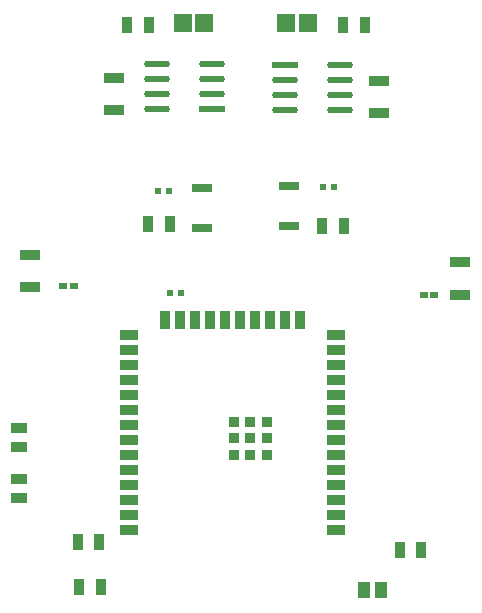
<source format=gtp>
G04*
G04 #@! TF.GenerationSoftware,Altium Limited,Altium Designer,24.9.1 (31)*
G04*
G04 Layer_Color=8421504*
%FSLAX44Y44*%
%MOMM*%
G71*
G04*
G04 #@! TF.SameCoordinates,B23FE003-D99D-4249-9A33-D1736BEC5A34*
G04*
G04*
G04 #@! TF.FilePolarity,Positive*
G04*
G01*
G75*
%ADD14R,0.9500X1.4000*%
%ADD15R,1.7000X0.9500*%
G04:AMPARAMS|DCode=16|XSize=2.1692mm|YSize=0.5821mm|CornerRadius=0.2911mm|HoleSize=0mm|Usage=FLASHONLY|Rotation=0.000|XOffset=0mm|YOffset=0mm|HoleType=Round|Shape=RoundedRectangle|*
%AMROUNDEDRECTD16*
21,1,2.1692,0.0000,0,0,0.0*
21,1,1.5870,0.5821,0,0,0.0*
1,1,0.5821,0.7935,0.0000*
1,1,0.5821,-0.7935,0.0000*
1,1,0.5821,-0.7935,0.0000*
1,1,0.5821,0.7935,0.0000*
%
%ADD16ROUNDEDRECTD16*%
%ADD17R,2.1692X0.5821*%
%ADD18R,1.5000X0.9000*%
%ADD19R,0.9000X1.5000*%
%ADD20R,0.9000X0.9000*%
%ADD21R,0.7000X0.5000*%
%ADD22R,1.7000X0.8000*%
%ADD23R,1.3500X0.8500*%
%ADD24R,1.1046X1.3562*%
%ADD25R,0.5654X0.5725*%
%ADD26R,1.5046X1.5562*%
D14*
X158390Y113030D02*
D03*
X176890D02*
D03*
X159660Y74930D02*
D03*
X178160D02*
D03*
X431080Y106680D02*
D03*
X449580D02*
D03*
X365400Y381000D02*
D03*
X383900D02*
D03*
X236580Y382270D02*
D03*
X218080D02*
D03*
X401680Y551180D02*
D03*
X383180D02*
D03*
X218800D02*
D03*
X200300D02*
D03*
D15*
X414020Y503970D02*
D03*
Y476470D02*
D03*
X482600Y350300D02*
D03*
Y322800D02*
D03*
X189230Y506510D02*
D03*
Y479010D02*
D03*
X118110Y329150D02*
D03*
Y356650D02*
D03*
D16*
X381000Y516890D02*
D03*
Y504190D02*
D03*
Y491490D02*
D03*
Y478790D02*
D03*
X333728D02*
D03*
Y491490D02*
D03*
Y504190D02*
D03*
X225284Y480060D02*
D03*
Y492760D02*
D03*
Y505460D02*
D03*
Y518160D02*
D03*
X272556D02*
D03*
Y505460D02*
D03*
Y492760D02*
D03*
D17*
X333728Y516890D02*
D03*
X272556Y480060D02*
D03*
D18*
X377060Y123930D02*
D03*
Y136630D02*
D03*
Y149330D02*
D03*
Y162030D02*
D03*
Y174730D02*
D03*
Y187430D02*
D03*
X377060Y200130D02*
D03*
X377060Y212830D02*
D03*
Y225530D02*
D03*
Y238230D02*
D03*
Y250930D02*
D03*
Y263630D02*
D03*
Y276330D02*
D03*
Y289030D02*
D03*
X202060D02*
D03*
Y276330D02*
D03*
Y263630D02*
D03*
Y250930D02*
D03*
Y238230D02*
D03*
Y225530D02*
D03*
Y212830D02*
D03*
X202060Y200130D02*
D03*
X202060Y187430D02*
D03*
Y174730D02*
D03*
Y162030D02*
D03*
Y149330D02*
D03*
X202060Y136630D02*
D03*
X202060Y123930D02*
D03*
D19*
X346660Y301530D02*
D03*
X333960D02*
D03*
X321260D02*
D03*
X308560D02*
D03*
X295860D02*
D03*
X283160D02*
D03*
X270460D02*
D03*
X257760D02*
D03*
X245060D02*
D03*
X232360D02*
D03*
D20*
X318560Y187130D02*
D03*
X304560Y187130D02*
D03*
X290560D02*
D03*
X318560Y201130D02*
D03*
X304560D02*
D03*
X290560Y201130D02*
D03*
X318560Y215130D02*
D03*
X304560D02*
D03*
X290560D02*
D03*
D21*
X146050Y330200D02*
D03*
X155050D02*
D03*
X451430Y322580D02*
D03*
X460430D02*
D03*
D22*
X337820Y414510D02*
D03*
Y380510D02*
D03*
X264160Y413240D02*
D03*
Y379240D02*
D03*
D23*
X109220Y167000D02*
D03*
Y150500D02*
D03*
Y193680D02*
D03*
Y210180D02*
D03*
D24*
X401320Y72390D02*
D03*
X415336D02*
D03*
D25*
X236764Y323850D02*
D03*
X245836D02*
D03*
X226604Y410210D02*
D03*
X235676D02*
D03*
X366304Y414020D02*
D03*
X375376D02*
D03*
D26*
X353178Y552450D02*
D03*
X335162D02*
D03*
X265548D02*
D03*
X247532D02*
D03*
M02*

</source>
